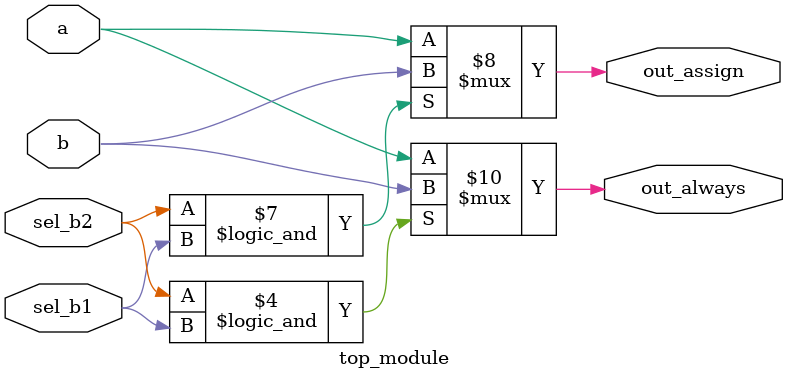
<source format=v>
module top_module(
    input a,
    input b,
    input sel_b1,
    input sel_b2,
    output wire out_assign,
    output reg out_always   ); 
    
    always @(*) begin
        if (sel_b2 == 1'b1 && sel_b1 == 1'b1) begin
            out_always = b;
        end
        else begin
            out_always = a;
        end
    end
    assign out_assign = (sel_b2 == 1'b1 && sel_b1 == 1'b1) ? b : a;
endmodule


</source>
